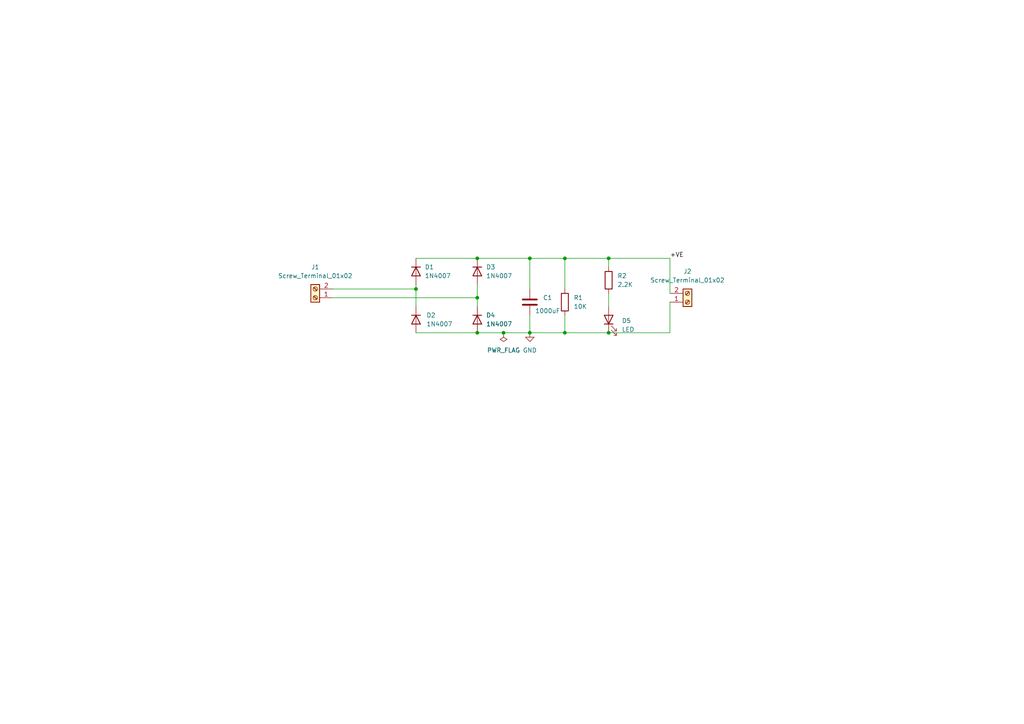
<source format=kicad_sch>
(kicad_sch
	(version 20250114)
	(generator "eeschema")
	(generator_version "9.0")
	(uuid "34492a3b-29cc-404c-8e4f-dd3b7bbaa286")
	(paper "A4")
	(lib_symbols
		(symbol "Connector:Screw_Terminal_01x02"
			(pin_names
				(offset 1.016)
				(hide yes)
			)
			(exclude_from_sim no)
			(in_bom yes)
			(on_board yes)
			(property "Reference" "J"
				(at 0 2.54 0)
				(effects
					(font
						(size 1.27 1.27)
					)
				)
			)
			(property "Value" "Screw_Terminal_01x02"
				(at 0 -5.08 0)
				(effects
					(font
						(size 1.27 1.27)
					)
				)
			)
			(property "Footprint" ""
				(at 0 0 0)
				(effects
					(font
						(size 1.27 1.27)
					)
					(hide yes)
				)
			)
			(property "Datasheet" "~"
				(at 0 0 0)
				(effects
					(font
						(size 1.27 1.27)
					)
					(hide yes)
				)
			)
			(property "Description" "Generic screw terminal, single row, 01x02, script generated (kicad-library-utils/schlib/autogen/connector/)"
				(at 0 0 0)
				(effects
					(font
						(size 1.27 1.27)
					)
					(hide yes)
				)
			)
			(property "ki_keywords" "screw terminal"
				(at 0 0 0)
				(effects
					(font
						(size 1.27 1.27)
					)
					(hide yes)
				)
			)
			(property "ki_fp_filters" "TerminalBlock*:*"
				(at 0 0 0)
				(effects
					(font
						(size 1.27 1.27)
					)
					(hide yes)
				)
			)
			(symbol "Screw_Terminal_01x02_1_1"
				(rectangle
					(start -1.27 1.27)
					(end 1.27 -3.81)
					(stroke
						(width 0.254)
						(type default)
					)
					(fill
						(type background)
					)
				)
				(polyline
					(pts
						(xy -0.5334 0.3302) (xy 0.3302 -0.508)
					)
					(stroke
						(width 0.1524)
						(type default)
					)
					(fill
						(type none)
					)
				)
				(polyline
					(pts
						(xy -0.5334 -2.2098) (xy 0.3302 -3.048)
					)
					(stroke
						(width 0.1524)
						(type default)
					)
					(fill
						(type none)
					)
				)
				(polyline
					(pts
						(xy -0.3556 0.508) (xy 0.508 -0.3302)
					)
					(stroke
						(width 0.1524)
						(type default)
					)
					(fill
						(type none)
					)
				)
				(polyline
					(pts
						(xy -0.3556 -2.032) (xy 0.508 -2.8702)
					)
					(stroke
						(width 0.1524)
						(type default)
					)
					(fill
						(type none)
					)
				)
				(circle
					(center 0 0)
					(radius 0.635)
					(stroke
						(width 0.1524)
						(type default)
					)
					(fill
						(type none)
					)
				)
				(circle
					(center 0 -2.54)
					(radius 0.635)
					(stroke
						(width 0.1524)
						(type default)
					)
					(fill
						(type none)
					)
				)
				(pin passive line
					(at -5.08 0 0)
					(length 3.81)
					(name "Pin_1"
						(effects
							(font
								(size 1.27 1.27)
							)
						)
					)
					(number "1"
						(effects
							(font
								(size 1.27 1.27)
							)
						)
					)
				)
				(pin passive line
					(at -5.08 -2.54 0)
					(length 3.81)
					(name "Pin_2"
						(effects
							(font
								(size 1.27 1.27)
							)
						)
					)
					(number "2"
						(effects
							(font
								(size 1.27 1.27)
							)
						)
					)
				)
			)
			(embedded_fonts no)
		)
		(symbol "Device:C"
			(pin_numbers
				(hide yes)
			)
			(pin_names
				(offset 0.254)
			)
			(exclude_from_sim no)
			(in_bom yes)
			(on_board yes)
			(property "Reference" "C"
				(at 0.635 2.54 0)
				(effects
					(font
						(size 1.27 1.27)
					)
					(justify left)
				)
			)
			(property "Value" "C"
				(at 0.635 -2.54 0)
				(effects
					(font
						(size 1.27 1.27)
					)
					(justify left)
				)
			)
			(property "Footprint" ""
				(at 0.9652 -3.81 0)
				(effects
					(font
						(size 1.27 1.27)
					)
					(hide yes)
				)
			)
			(property "Datasheet" "~"
				(at 0 0 0)
				(effects
					(font
						(size 1.27 1.27)
					)
					(hide yes)
				)
			)
			(property "Description" "Unpolarized capacitor"
				(at 0 0 0)
				(effects
					(font
						(size 1.27 1.27)
					)
					(hide yes)
				)
			)
			(property "ki_keywords" "cap capacitor"
				(at 0 0 0)
				(effects
					(font
						(size 1.27 1.27)
					)
					(hide yes)
				)
			)
			(property "ki_fp_filters" "C_*"
				(at 0 0 0)
				(effects
					(font
						(size 1.27 1.27)
					)
					(hide yes)
				)
			)
			(symbol "C_0_1"
				(polyline
					(pts
						(xy -2.032 0.762) (xy 2.032 0.762)
					)
					(stroke
						(width 0.508)
						(type default)
					)
					(fill
						(type none)
					)
				)
				(polyline
					(pts
						(xy -2.032 -0.762) (xy 2.032 -0.762)
					)
					(stroke
						(width 0.508)
						(type default)
					)
					(fill
						(type none)
					)
				)
			)
			(symbol "C_1_1"
				(pin passive line
					(at 0 3.81 270)
					(length 2.794)
					(name "~"
						(effects
							(font
								(size 1.27 1.27)
							)
						)
					)
					(number "1"
						(effects
							(font
								(size 1.27 1.27)
							)
						)
					)
				)
				(pin passive line
					(at 0 -3.81 90)
					(length 2.794)
					(name "~"
						(effects
							(font
								(size 1.27 1.27)
							)
						)
					)
					(number "2"
						(effects
							(font
								(size 1.27 1.27)
							)
						)
					)
				)
			)
			(embedded_fonts no)
		)
		(symbol "Device:LED"
			(pin_numbers
				(hide yes)
			)
			(pin_names
				(offset 1.016)
				(hide yes)
			)
			(exclude_from_sim no)
			(in_bom yes)
			(on_board yes)
			(property "Reference" "D"
				(at 0 2.54 0)
				(effects
					(font
						(size 1.27 1.27)
					)
				)
			)
			(property "Value" "LED"
				(at 0 -2.54 0)
				(effects
					(font
						(size 1.27 1.27)
					)
				)
			)
			(property "Footprint" ""
				(at 0 0 0)
				(effects
					(font
						(size 1.27 1.27)
					)
					(hide yes)
				)
			)
			(property "Datasheet" "~"
				(at 0 0 0)
				(effects
					(font
						(size 1.27 1.27)
					)
					(hide yes)
				)
			)
			(property "Description" "Light emitting diode"
				(at 0 0 0)
				(effects
					(font
						(size 1.27 1.27)
					)
					(hide yes)
				)
			)
			(property "Sim.Pins" "1=K 2=A"
				(at 0 0 0)
				(effects
					(font
						(size 1.27 1.27)
					)
					(hide yes)
				)
			)
			(property "ki_keywords" "LED diode"
				(at 0 0 0)
				(effects
					(font
						(size 1.27 1.27)
					)
					(hide yes)
				)
			)
			(property "ki_fp_filters" "LED* LED_SMD:* LED_THT:*"
				(at 0 0 0)
				(effects
					(font
						(size 1.27 1.27)
					)
					(hide yes)
				)
			)
			(symbol "LED_0_1"
				(polyline
					(pts
						(xy -3.048 -0.762) (xy -4.572 -2.286) (xy -3.81 -2.286) (xy -4.572 -2.286) (xy -4.572 -1.524)
					)
					(stroke
						(width 0)
						(type default)
					)
					(fill
						(type none)
					)
				)
				(polyline
					(pts
						(xy -1.778 -0.762) (xy -3.302 -2.286) (xy -2.54 -2.286) (xy -3.302 -2.286) (xy -3.302 -1.524)
					)
					(stroke
						(width 0)
						(type default)
					)
					(fill
						(type none)
					)
				)
				(polyline
					(pts
						(xy -1.27 0) (xy 1.27 0)
					)
					(stroke
						(width 0)
						(type default)
					)
					(fill
						(type none)
					)
				)
				(polyline
					(pts
						(xy -1.27 -1.27) (xy -1.27 1.27)
					)
					(stroke
						(width 0.254)
						(type default)
					)
					(fill
						(type none)
					)
				)
				(polyline
					(pts
						(xy 1.27 -1.27) (xy 1.27 1.27) (xy -1.27 0) (xy 1.27 -1.27)
					)
					(stroke
						(width 0.254)
						(type default)
					)
					(fill
						(type none)
					)
				)
			)
			(symbol "LED_1_1"
				(pin passive line
					(at -3.81 0 0)
					(length 2.54)
					(name "K"
						(effects
							(font
								(size 1.27 1.27)
							)
						)
					)
					(number "1"
						(effects
							(font
								(size 1.27 1.27)
							)
						)
					)
				)
				(pin passive line
					(at 3.81 0 180)
					(length 2.54)
					(name "A"
						(effects
							(font
								(size 1.27 1.27)
							)
						)
					)
					(number "2"
						(effects
							(font
								(size 1.27 1.27)
							)
						)
					)
				)
			)
			(embedded_fonts no)
		)
		(symbol "Device:R"
			(pin_numbers
				(hide yes)
			)
			(pin_names
				(offset 0)
			)
			(exclude_from_sim no)
			(in_bom yes)
			(on_board yes)
			(property "Reference" "R"
				(at 2.032 0 90)
				(effects
					(font
						(size 1.27 1.27)
					)
				)
			)
			(property "Value" "R"
				(at 0 0 90)
				(effects
					(font
						(size 1.27 1.27)
					)
				)
			)
			(property "Footprint" ""
				(at -1.778 0 90)
				(effects
					(font
						(size 1.27 1.27)
					)
					(hide yes)
				)
			)
			(property "Datasheet" "~"
				(at 0 0 0)
				(effects
					(font
						(size 1.27 1.27)
					)
					(hide yes)
				)
			)
			(property "Description" "Resistor"
				(at 0 0 0)
				(effects
					(font
						(size 1.27 1.27)
					)
					(hide yes)
				)
			)
			(property "ki_keywords" "R res resistor"
				(at 0 0 0)
				(effects
					(font
						(size 1.27 1.27)
					)
					(hide yes)
				)
			)
			(property "ki_fp_filters" "R_*"
				(at 0 0 0)
				(effects
					(font
						(size 1.27 1.27)
					)
					(hide yes)
				)
			)
			(symbol "R_0_1"
				(rectangle
					(start -1.016 -2.54)
					(end 1.016 2.54)
					(stroke
						(width 0.254)
						(type default)
					)
					(fill
						(type none)
					)
				)
			)
			(symbol "R_1_1"
				(pin passive line
					(at 0 3.81 270)
					(length 1.27)
					(name "~"
						(effects
							(font
								(size 1.27 1.27)
							)
						)
					)
					(number "1"
						(effects
							(font
								(size 1.27 1.27)
							)
						)
					)
				)
				(pin passive line
					(at 0 -3.81 90)
					(length 1.27)
					(name "~"
						(effects
							(font
								(size 1.27 1.27)
							)
						)
					)
					(number "2"
						(effects
							(font
								(size 1.27 1.27)
							)
						)
					)
				)
			)
			(embedded_fonts no)
		)
		(symbol "Diode:1N4007"
			(pin_numbers
				(hide yes)
			)
			(pin_names
				(hide yes)
			)
			(exclude_from_sim no)
			(in_bom yes)
			(on_board yes)
			(property "Reference" "D"
				(at 0 2.54 0)
				(effects
					(font
						(size 1.27 1.27)
					)
				)
			)
			(property "Value" "1N4007"
				(at 0 -2.54 0)
				(effects
					(font
						(size 1.27 1.27)
					)
				)
			)
			(property "Footprint" "Diode_THT:D_DO-41_SOD81_P10.16mm_Horizontal"
				(at 0 -4.445 0)
				(effects
					(font
						(size 1.27 1.27)
					)
					(hide yes)
				)
			)
			(property "Datasheet" "http://www.vishay.com/docs/88503/1n4001.pdf"
				(at 0 0 0)
				(effects
					(font
						(size 1.27 1.27)
					)
					(hide yes)
				)
			)
			(property "Description" "1000V 1A General Purpose Rectifier Diode, DO-41"
				(at 0 0 0)
				(effects
					(font
						(size 1.27 1.27)
					)
					(hide yes)
				)
			)
			(property "Sim.Device" "D"
				(at 0 0 0)
				(effects
					(font
						(size 1.27 1.27)
					)
					(hide yes)
				)
			)
			(property "Sim.Pins" "1=K 2=A"
				(at 0 0 0)
				(effects
					(font
						(size 1.27 1.27)
					)
					(hide yes)
				)
			)
			(property "ki_keywords" "diode"
				(at 0 0 0)
				(effects
					(font
						(size 1.27 1.27)
					)
					(hide yes)
				)
			)
			(property "ki_fp_filters" "D*DO?41*"
				(at 0 0 0)
				(effects
					(font
						(size 1.27 1.27)
					)
					(hide yes)
				)
			)
			(symbol "1N4007_0_1"
				(polyline
					(pts
						(xy -1.27 1.27) (xy -1.27 -1.27)
					)
					(stroke
						(width 0.254)
						(type default)
					)
					(fill
						(type none)
					)
				)
				(polyline
					(pts
						(xy 1.27 1.27) (xy 1.27 -1.27) (xy -1.27 0) (xy 1.27 1.27)
					)
					(stroke
						(width 0.254)
						(type default)
					)
					(fill
						(type none)
					)
				)
				(polyline
					(pts
						(xy 1.27 0) (xy -1.27 0)
					)
					(stroke
						(width 0)
						(type default)
					)
					(fill
						(type none)
					)
				)
			)
			(symbol "1N4007_1_1"
				(pin passive line
					(at -3.81 0 0)
					(length 2.54)
					(name "K"
						(effects
							(font
								(size 1.27 1.27)
							)
						)
					)
					(number "1"
						(effects
							(font
								(size 1.27 1.27)
							)
						)
					)
				)
				(pin passive line
					(at 3.81 0 180)
					(length 2.54)
					(name "A"
						(effects
							(font
								(size 1.27 1.27)
							)
						)
					)
					(number "2"
						(effects
							(font
								(size 1.27 1.27)
							)
						)
					)
				)
			)
			(embedded_fonts no)
		)
		(symbol "power:GND"
			(power)
			(pin_numbers
				(hide yes)
			)
			(pin_names
				(offset 0)
				(hide yes)
			)
			(exclude_from_sim no)
			(in_bom yes)
			(on_board yes)
			(property "Reference" "#PWR"
				(at 0 -6.35 0)
				(effects
					(font
						(size 1.27 1.27)
					)
					(hide yes)
				)
			)
			(property "Value" "GND"
				(at 0 -3.81 0)
				(effects
					(font
						(size 1.27 1.27)
					)
				)
			)
			(property "Footprint" ""
				(at 0 0 0)
				(effects
					(font
						(size 1.27 1.27)
					)
					(hide yes)
				)
			)
			(property "Datasheet" ""
				(at 0 0 0)
				(effects
					(font
						(size 1.27 1.27)
					)
					(hide yes)
				)
			)
			(property "Description" "Power symbol creates a global label with name \"GND\" , ground"
				(at 0 0 0)
				(effects
					(font
						(size 1.27 1.27)
					)
					(hide yes)
				)
			)
			(property "ki_keywords" "global power"
				(at 0 0 0)
				(effects
					(font
						(size 1.27 1.27)
					)
					(hide yes)
				)
			)
			(symbol "GND_0_1"
				(polyline
					(pts
						(xy 0 0) (xy 0 -1.27) (xy 1.27 -1.27) (xy 0 -2.54) (xy -1.27 -1.27) (xy 0 -1.27)
					)
					(stroke
						(width 0)
						(type default)
					)
					(fill
						(type none)
					)
				)
			)
			(symbol "GND_1_1"
				(pin power_in line
					(at 0 0 270)
					(length 0)
					(name "~"
						(effects
							(font
								(size 1.27 1.27)
							)
						)
					)
					(number "1"
						(effects
							(font
								(size 1.27 1.27)
							)
						)
					)
				)
			)
			(embedded_fonts no)
		)
		(symbol "power:PWR_FLAG"
			(power)
			(pin_numbers
				(hide yes)
			)
			(pin_names
				(offset 0)
				(hide yes)
			)
			(exclude_from_sim no)
			(in_bom yes)
			(on_board yes)
			(property "Reference" "#FLG"
				(at 0 1.905 0)
				(effects
					(font
						(size 1.27 1.27)
					)
					(hide yes)
				)
			)
			(property "Value" "PWR_FLAG"
				(at 0 3.81 0)
				(effects
					(font
						(size 1.27 1.27)
					)
				)
			)
			(property "Footprint" ""
				(at 0 0 0)
				(effects
					(font
						(size 1.27 1.27)
					)
					(hide yes)
				)
			)
			(property "Datasheet" "~"
				(at 0 0 0)
				(effects
					(font
						(size 1.27 1.27)
					)
					(hide yes)
				)
			)
			(property "Description" "Special symbol for telling ERC where power comes from"
				(at 0 0 0)
				(effects
					(font
						(size 1.27 1.27)
					)
					(hide yes)
				)
			)
			(property "ki_keywords" "flag power"
				(at 0 0 0)
				(effects
					(font
						(size 1.27 1.27)
					)
					(hide yes)
				)
			)
			(symbol "PWR_FLAG_0_0"
				(pin power_out line
					(at 0 0 90)
					(length 0)
					(name "~"
						(effects
							(font
								(size 1.27 1.27)
							)
						)
					)
					(number "1"
						(effects
							(font
								(size 1.27 1.27)
							)
						)
					)
				)
			)
			(symbol "PWR_FLAG_0_1"
				(polyline
					(pts
						(xy 0 0) (xy 0 1.27) (xy -1.016 1.905) (xy 0 2.54) (xy 1.016 1.905) (xy 0 1.27)
					)
					(stroke
						(width 0)
						(type default)
					)
					(fill
						(type none)
					)
				)
			)
			(embedded_fonts no)
		)
	)
	(junction
		(at 120.65 83.82)
		(diameter 0)
		(color 0 0 0 0)
		(uuid "09ada01a-01e4-4efa-807e-5814b6e7497f")
	)
	(junction
		(at 176.53 96.52)
		(diameter 0)
		(color 0 0 0 0)
		(uuid "18179574-ff96-43ca-a1e3-938cf574a4ed")
	)
	(junction
		(at 138.43 96.52)
		(diameter 0)
		(color 0 0 0 0)
		(uuid "33df939f-034a-4ae9-9afe-276279f01ea6")
	)
	(junction
		(at 138.43 74.93)
		(diameter 0)
		(color 0 0 0 0)
		(uuid "34ffd91e-bbf4-46fc-85be-cf01887f009a")
	)
	(junction
		(at 163.83 96.52)
		(diameter 0)
		(color 0 0 0 0)
		(uuid "9cfa226b-0e84-4adb-a9d6-6bbbb7701065")
	)
	(junction
		(at 146.05 96.52)
		(diameter 0)
		(color 0 0 0 0)
		(uuid "b9bdc94d-bc20-434a-baa0-a1c26d703693")
	)
	(junction
		(at 138.43 86.36)
		(diameter 0)
		(color 0 0 0 0)
		(uuid "bc28fc37-1574-4ee5-b3c3-f1cb485e5b79")
	)
	(junction
		(at 153.67 96.52)
		(diameter 0)
		(color 0 0 0 0)
		(uuid "d259afc1-40d2-4436-8f30-0c59a7fbd502")
	)
	(junction
		(at 163.83 74.93)
		(diameter 0)
		(color 0 0 0 0)
		(uuid "d2cb61c1-ab14-4ff7-a6e5-378a37a42f77")
	)
	(junction
		(at 176.53 74.93)
		(diameter 0)
		(color 0 0 0 0)
		(uuid "ee7c4543-80c7-49e1-aade-cef1627fc1a7")
	)
	(junction
		(at 153.67 74.93)
		(diameter 0)
		(color 0 0 0 0)
		(uuid "f0167d29-1bfc-4315-b8c5-d2a8c7f1da1e")
	)
	(wire
		(pts
			(xy 138.43 82.55) (xy 138.43 86.36)
		)
		(stroke
			(width 0)
			(type default)
		)
		(uuid "0e6fa69a-8214-4e5e-be8c-22e19068e317")
	)
	(wire
		(pts
			(xy 120.65 96.52) (xy 138.43 96.52)
		)
		(stroke
			(width 0)
			(type default)
		)
		(uuid "0eeefd0b-c4f0-4bc1-aa89-7ed8ff3dda7b")
	)
	(wire
		(pts
			(xy 153.67 96.52) (xy 163.83 96.52)
		)
		(stroke
			(width 0)
			(type default)
		)
		(uuid "1d3b50ac-2e75-44e9-950d-5bb6c2b01417")
	)
	(wire
		(pts
			(xy 120.65 74.93) (xy 138.43 74.93)
		)
		(stroke
			(width 0)
			(type default)
		)
		(uuid "27466e3c-9b0d-4e15-b376-3145adb3a5d9")
	)
	(wire
		(pts
			(xy 176.53 96.52) (xy 163.83 96.52)
		)
		(stroke
			(width 0)
			(type default)
		)
		(uuid "2afa73b2-63a2-406a-8c21-16311d10d2ba")
	)
	(wire
		(pts
			(xy 146.05 96.52) (xy 138.43 96.52)
		)
		(stroke
			(width 0)
			(type default)
		)
		(uuid "32e19a50-6579-4384-a7b2-3624a6202e51")
	)
	(wire
		(pts
			(xy 153.67 91.44) (xy 153.67 96.52)
		)
		(stroke
			(width 0)
			(type default)
		)
		(uuid "3692a2f6-2b1e-4c21-81e8-a84b79b2c194")
	)
	(wire
		(pts
			(xy 153.67 74.93) (xy 138.43 74.93)
		)
		(stroke
			(width 0)
			(type default)
		)
		(uuid "37cc7541-620e-487c-9dec-24de2476a78d")
	)
	(wire
		(pts
			(xy 194.31 96.52) (xy 176.53 96.52)
		)
		(stroke
			(width 0)
			(type default)
		)
		(uuid "423e9bd5-5ab8-4e30-8477-6a47e8d06d2c")
	)
	(wire
		(pts
			(xy 194.31 87.63) (xy 194.31 96.52)
		)
		(stroke
			(width 0)
			(type default)
		)
		(uuid "4a75941a-54b3-4d07-91e1-eacab45f4ec6")
	)
	(wire
		(pts
			(xy 138.43 86.36) (xy 138.43 88.9)
		)
		(stroke
			(width 0)
			(type default)
		)
		(uuid "5c8bb50d-bcb8-46f3-b863-c703e5ba42f5")
	)
	(wire
		(pts
			(xy 194.31 74.93) (xy 176.53 74.93)
		)
		(stroke
			(width 0)
			(type default)
		)
		(uuid "647409c4-2ed5-44b1-91b2-97a4a1c12e7e")
	)
	(wire
		(pts
			(xy 163.83 83.82) (xy 163.83 74.93)
		)
		(stroke
			(width 0)
			(type default)
		)
		(uuid "76bd426a-38de-4cfb-80c6-a7ea4dcb7bb4")
	)
	(wire
		(pts
			(xy 120.65 82.55) (xy 120.65 83.82)
		)
		(stroke
			(width 0)
			(type default)
		)
		(uuid "7d14dca8-2ee3-4033-b316-968712da0554")
	)
	(wire
		(pts
			(xy 96.52 83.82) (xy 120.65 83.82)
		)
		(stroke
			(width 0)
			(type default)
		)
		(uuid "8a0dacdc-966a-4017-84f2-96f0a36cbbaf")
	)
	(wire
		(pts
			(xy 153.67 83.82) (xy 153.67 74.93)
		)
		(stroke
			(width 0)
			(type default)
		)
		(uuid "8b24d94f-04a8-45bd-97f7-e0a7dbe888e6")
	)
	(wire
		(pts
			(xy 120.65 83.82) (xy 120.65 88.9)
		)
		(stroke
			(width 0)
			(type default)
		)
		(uuid "a9687d5f-044e-4e06-9e14-ac7625239571")
	)
	(wire
		(pts
			(xy 163.83 91.44) (xy 163.83 96.52)
		)
		(stroke
			(width 0)
			(type default)
		)
		(uuid "adeb413f-0631-479e-9135-a24b89406fe4")
	)
	(wire
		(pts
			(xy 96.52 86.36) (xy 138.43 86.36)
		)
		(stroke
			(width 0)
			(type default)
		)
		(uuid "af242ff1-6827-4895-a625-4ae2a04b12cc")
	)
	(wire
		(pts
			(xy 194.31 85.09) (xy 194.31 74.93)
		)
		(stroke
			(width 0)
			(type default)
		)
		(uuid "b9a79c04-2585-4c07-90d1-d76d0a0e3de6")
	)
	(wire
		(pts
			(xy 163.83 74.93) (xy 153.67 74.93)
		)
		(stroke
			(width 0)
			(type default)
		)
		(uuid "bf97d91f-fead-4dbb-bed0-a1ab326abe1f")
	)
	(wire
		(pts
			(xy 153.67 96.52) (xy 146.05 96.52)
		)
		(stroke
			(width 0)
			(type default)
		)
		(uuid "c996930d-a0bd-4b88-aebc-d6b1ba1cb2b1")
	)
	(wire
		(pts
			(xy 163.83 74.93) (xy 176.53 74.93)
		)
		(stroke
			(width 0)
			(type default)
		)
		(uuid "cc62a9e6-9b60-4928-8fd3-5aab0f57b481")
	)
	(wire
		(pts
			(xy 176.53 74.93) (xy 176.53 77.47)
		)
		(stroke
			(width 0)
			(type default)
		)
		(uuid "d23ba6fb-c89a-4003-a7f1-6ab596bdb0d5")
	)
	(wire
		(pts
			(xy 176.53 85.09) (xy 176.53 88.9)
		)
		(stroke
			(width 0)
			(type default)
		)
		(uuid "ef18f244-46e5-4c8b-9eeb-091e7b35cb5c")
	)
	(label "+VE"
		(at 194.31 74.93 0)
		(effects
			(font
				(size 1.27 1.27)
			)
			(justify left bottom)
		)
		(uuid "fdda0311-c872-4e46-96f3-9d22014fb38c")
	)
	(symbol
		(lib_id "Connector:Screw_Terminal_01x02")
		(at 91.44 86.36 180)
		(unit 1)
		(exclude_from_sim no)
		(in_bom yes)
		(on_board yes)
		(dnp no)
		(fields_autoplaced yes)
		(uuid "0692b144-5cb8-48c0-acd2-17424b5ab22a")
		(property "Reference" "J1"
			(at 91.44 77.47 0)
			(effects
				(font
					(size 1.27 1.27)
				)
			)
		)
		(property "Value" "Screw_Terminal_01x02"
			(at 91.44 80.01 0)
			(effects
				(font
					(size 1.27 1.27)
				)
			)
		)
		(property "Footprint" "TerminalBlock:TerminalBlock_MaiXu_MX126-5.0-02P_1x02_P5.00mm"
			(at 91.44 86.36 0)
			(effects
				(font
					(size 1.27 1.27)
				)
				(hide yes)
			)
		)
		(property "Datasheet" "~"
			(at 91.44 86.36 0)
			(effects
				(font
					(size 1.27 1.27)
				)
				(hide yes)
			)
		)
		(property "Description" "Generic screw terminal, single row, 01x02, script generated (kicad-library-utils/schlib/autogen/connector/)"
			(at 91.44 86.36 0)
			(effects
				(font
					(size 1.27 1.27)
				)
				(hide yes)
			)
		)
		(pin "1"
			(uuid "db2d622f-5f30-483e-9fe6-6a75b442be9d")
		)
		(pin "2"
			(uuid "df0d0bdc-f413-4f95-b9a8-f5c5d73311a5")
		)
		(instances
			(project ""
				(path "/34492a3b-29cc-404c-8e4f-dd3b7bbaa286"
					(reference "J1")
					(unit 1)
				)
			)
		)
	)
	(symbol
		(lib_id "power:GND")
		(at 153.67 96.52 0)
		(unit 1)
		(exclude_from_sim no)
		(in_bom yes)
		(on_board yes)
		(dnp no)
		(fields_autoplaced yes)
		(uuid "189fa54b-07c5-44d4-863a-58a8aea5109a")
		(property "Reference" "#PWR01"
			(at 153.67 102.87 0)
			(effects
				(font
					(size 1.27 1.27)
				)
				(hide yes)
			)
		)
		(property "Value" "GND"
			(at 153.67 101.6 0)
			(effects
				(font
					(size 1.27 1.27)
				)
			)
		)
		(property "Footprint" ""
			(at 153.67 96.52 0)
			(effects
				(font
					(size 1.27 1.27)
				)
				(hide yes)
			)
		)
		(property "Datasheet" ""
			(at 153.67 96.52 0)
			(effects
				(font
					(size 1.27 1.27)
				)
				(hide yes)
			)
		)
		(property "Description" "Power symbol creates a global label with name \"GND\" , ground"
			(at 153.67 96.52 0)
			(effects
				(font
					(size 1.27 1.27)
				)
				(hide yes)
			)
		)
		(pin "1"
			(uuid "d86b7a9a-56b0-47dc-bb31-e5b2e52172f7")
		)
		(instances
			(project ""
				(path "/34492a3b-29cc-404c-8e4f-dd3b7bbaa286"
					(reference "#PWR01")
					(unit 1)
				)
			)
		)
	)
	(symbol
		(lib_id "power:PWR_FLAG")
		(at 146.05 96.52 180)
		(unit 1)
		(exclude_from_sim no)
		(in_bom yes)
		(on_board yes)
		(dnp no)
		(fields_autoplaced yes)
		(uuid "1ad5a1bb-89ec-43f5-94c3-ca3df1c6808d")
		(property "Reference" "#FLG01"
			(at 146.05 98.425 0)
			(effects
				(font
					(size 1.27 1.27)
				)
				(hide yes)
			)
		)
		(property "Value" "PWR_FLAG"
			(at 146.05 101.6 0)
			(effects
				(font
					(size 1.27 1.27)
				)
			)
		)
		(property "Footprint" ""
			(at 146.05 96.52 0)
			(effects
				(font
					(size 1.27 1.27)
				)
				(hide yes)
			)
		)
		(property "Datasheet" "~"
			(at 146.05 96.52 0)
			(effects
				(font
					(size 1.27 1.27)
				)
				(hide yes)
			)
		)
		(property "Description" "Special symbol for telling ERC where power comes from"
			(at 146.05 96.52 0)
			(effects
				(font
					(size 1.27 1.27)
				)
				(hide yes)
			)
		)
		(pin "1"
			(uuid "52d3777e-770d-4861-b5db-fbd1496f6e45")
		)
		(instances
			(project ""
				(path "/34492a3b-29cc-404c-8e4f-dd3b7bbaa286"
					(reference "#FLG01")
					(unit 1)
				)
			)
		)
	)
	(symbol
		(lib_id "Diode:1N4007")
		(at 138.43 92.71 270)
		(unit 1)
		(exclude_from_sim no)
		(in_bom yes)
		(on_board yes)
		(dnp no)
		(fields_autoplaced yes)
		(uuid "4a66b9e1-bdfd-4505-a630-16162686599f")
		(property "Reference" "D4"
			(at 140.97 91.4399 90)
			(effects
				(font
					(size 1.27 1.27)
				)
				(justify left)
			)
		)
		(property "Value" "1N4007"
			(at 140.97 93.9799 90)
			(effects
				(font
					(size 1.27 1.27)
				)
				(justify left)
			)
		)
		(property "Footprint" "Diode_THT:D_DO-41_SOD81_P10.16mm_Horizontal"
			(at 133.985 92.71 0)
			(effects
				(font
					(size 1.27 1.27)
				)
				(hide yes)
			)
		)
		(property "Datasheet" "http://www.vishay.com/docs/88503/1n4001.pdf"
			(at 138.43 92.71 0)
			(effects
				(font
					(size 1.27 1.27)
				)
				(hide yes)
			)
		)
		(property "Description" "1000V 1A General Purpose Rectifier Diode, DO-41"
			(at 138.43 92.71 0)
			(effects
				(font
					(size 1.27 1.27)
				)
				(hide yes)
			)
		)
		(property "Sim.Device" "D"
			(at 138.43 92.71 0)
			(effects
				(font
					(size 1.27 1.27)
				)
				(hide yes)
			)
		)
		(property "Sim.Pins" "1=K 2=A"
			(at 138.43 92.71 0)
			(effects
				(font
					(size 1.27 1.27)
				)
				(hide yes)
			)
		)
		(pin "1"
			(uuid "3c5799a2-6278-4bb6-9eef-bfbe7dbfd425")
		)
		(pin "2"
			(uuid "3477c8f0-830f-4996-adea-c40b76fea935")
		)
		(instances
			(project "AC to DC converter"
				(path "/34492a3b-29cc-404c-8e4f-dd3b7bbaa286"
					(reference "D4")
					(unit 1)
				)
			)
		)
	)
	(symbol
		(lib_id "Diode:1N4007")
		(at 120.65 92.71 270)
		(unit 1)
		(exclude_from_sim no)
		(in_bom yes)
		(on_board yes)
		(dnp no)
		(fields_autoplaced yes)
		(uuid "888ff9a7-1a38-4ea7-8a4d-e3058a0959ba")
		(property "Reference" "D2"
			(at 123.6558 91.4399 90)
			(effects
				(font
					(size 1.27 1.27)
				)
				(justify left)
			)
		)
		(property "Value" "1N4007"
			(at 123.6558 93.9799 90)
			(effects
				(font
					(size 1.27 1.27)
				)
				(justify left)
			)
		)
		(property "Footprint" "Diode_THT:D_DO-41_SOD81_P10.16mm_Horizontal"
			(at 116.205 92.71 0)
			(effects
				(font
					(size 1.27 1.27)
				)
				(hide yes)
			)
		)
		(property "Datasheet" "http://www.vishay.com/docs/88503/1n4001.pdf"
			(at 120.65 92.71 0)
			(effects
				(font
					(size 1.27 1.27)
				)
				(hide yes)
			)
		)
		(property "Description" "1000V 1A General Purpose Rectifier Diode, DO-41"
			(at 120.65 92.71 0)
			(effects
				(font
					(size 1.27 1.27)
				)
				(hide yes)
			)
		)
		(property "Sim.Device" "D"
			(at 120.65 92.71 0)
			(effects
				(font
					(size 1.27 1.27)
				)
				(hide yes)
			)
		)
		(property "Sim.Pins" "1=K 2=A"
			(at 120.65 92.71 0)
			(effects
				(font
					(size 1.27 1.27)
				)
				(hide yes)
			)
		)
		(pin "1"
			(uuid "5e0a6b83-e535-496a-93b9-c933bd6d8e71")
		)
		(pin "2"
			(uuid "a12890e3-b60a-415b-a229-e832a4c438aa")
		)
		(instances
			(project "AC to DC converter"
				(path "/34492a3b-29cc-404c-8e4f-dd3b7bbaa286"
					(reference "D2")
					(unit 1)
				)
			)
		)
	)
	(symbol
		(lib_id "Device:C")
		(at 153.67 87.63 0)
		(unit 1)
		(exclude_from_sim no)
		(in_bom yes)
		(on_board yes)
		(dnp no)
		(uuid "93dfddb1-3c3f-4efa-adf3-bf5f76952161")
		(property "Reference" "C1"
			(at 157.48 86.3599 0)
			(effects
				(font
					(size 1.27 1.27)
				)
				(justify left)
			)
		)
		(property "Value" "1000uF"
			(at 155.194 90.17 0)
			(effects
				(font
					(size 1.27 1.27)
				)
				(justify left)
			)
		)
		(property "Footprint" "Capacitor_THT:CP_Radial_D8.0mm_P3.50mm"
			(at 154.6352 91.44 0)
			(effects
				(font
					(size 1.27 1.27)
				)
				(hide yes)
			)
		)
		(property "Datasheet" "~"
			(at 153.67 87.63 0)
			(effects
				(font
					(size 1.27 1.27)
				)
				(hide yes)
			)
		)
		(property "Description" "Unpolarized capacitor"
			(at 153.67 87.63 0)
			(effects
				(font
					(size 1.27 1.27)
				)
				(hide yes)
			)
		)
		(pin "2"
			(uuid "bc5349c8-da80-420d-ae0a-478ad9134474")
		)
		(pin "1"
			(uuid "7118ec4c-cc9d-4b45-88f0-eaa54d380eac")
		)
		(instances
			(project ""
				(path "/34492a3b-29cc-404c-8e4f-dd3b7bbaa286"
					(reference "C1")
					(unit 1)
				)
			)
		)
	)
	(symbol
		(lib_id "Diode:1N4007")
		(at 138.43 78.74 270)
		(unit 1)
		(exclude_from_sim no)
		(in_bom yes)
		(on_board yes)
		(dnp no)
		(fields_autoplaced yes)
		(uuid "b1b2aa86-cc23-49ec-b4bc-234522a72736")
		(property "Reference" "D3"
			(at 140.97 77.4699 90)
			(effects
				(font
					(size 1.27 1.27)
				)
				(justify left)
			)
		)
		(property "Value" "1N4007"
			(at 140.97 80.0099 90)
			(effects
				(font
					(size 1.27 1.27)
				)
				(justify left)
			)
		)
		(property "Footprint" "Diode_THT:D_DO-41_SOD81_P10.16mm_Horizontal"
			(at 133.985 78.74 0)
			(effects
				(font
					(size 1.27 1.27)
				)
				(hide yes)
			)
		)
		(property "Datasheet" "http://www.vishay.com/docs/88503/1n4001.pdf"
			(at 138.43 78.74 0)
			(effects
				(font
					(size 1.27 1.27)
				)
				(hide yes)
			)
		)
		(property "Description" "1000V 1A General Purpose Rectifier Diode, DO-41"
			(at 138.43 78.74 0)
			(effects
				(font
					(size 1.27 1.27)
				)
				(hide yes)
			)
		)
		(property "Sim.Device" "D"
			(at 138.43 78.74 0)
			(effects
				(font
					(size 1.27 1.27)
				)
				(hide yes)
			)
		)
		(property "Sim.Pins" "1=K 2=A"
			(at 138.43 78.74 0)
			(effects
				(font
					(size 1.27 1.27)
				)
				(hide yes)
			)
		)
		(pin "1"
			(uuid "60888f75-020f-45c2-8111-efada0c4228f")
		)
		(pin "2"
			(uuid "cb10e857-698c-4804-8ad4-90a7d9cfce0b")
		)
		(instances
			(project "AC to DC converter"
				(path "/34492a3b-29cc-404c-8e4f-dd3b7bbaa286"
					(reference "D3")
					(unit 1)
				)
			)
		)
	)
	(symbol
		(lib_id "Device:R")
		(at 176.53 81.28 0)
		(unit 1)
		(exclude_from_sim no)
		(in_bom yes)
		(on_board yes)
		(dnp no)
		(fields_autoplaced yes)
		(uuid "cd0128a1-fc63-46c7-aa93-756893622a59")
		(property "Reference" "R2"
			(at 179.07 80.0099 0)
			(effects
				(font
					(size 1.27 1.27)
				)
				(justify left)
			)
		)
		(property "Value" "2.2K"
			(at 179.07 82.5499 0)
			(effects
				(font
					(size 1.27 1.27)
				)
				(justify left)
			)
		)
		(property "Footprint" "Resistor_THT:R_Axial_DIN0207_L6.3mm_D2.5mm_P5.08mm_Vertical"
			(at 174.752 81.28 90)
			(effects
				(font
					(size 1.27 1.27)
				)
				(hide yes)
			)
		)
		(property "Datasheet" "~"
			(at 176.53 81.28 0)
			(effects
				(font
					(size 1.27 1.27)
				)
				(hide yes)
			)
		)
		(property "Description" "Resistor"
			(at 176.53 81.28 0)
			(effects
				(font
					(size 1.27 1.27)
				)
				(hide yes)
			)
		)
		(pin "1"
			(uuid "0d0d64ff-89d1-446f-b98f-cb4bb8da2031")
		)
		(pin "2"
			(uuid "1597a1c0-2708-4d3b-9595-1ad7cdcee631")
		)
		(instances
			(project "AC to DC converter"
				(path "/34492a3b-29cc-404c-8e4f-dd3b7bbaa286"
					(reference "R2")
					(unit 1)
				)
			)
		)
	)
	(symbol
		(lib_id "Device:LED")
		(at 176.53 92.71 90)
		(unit 1)
		(exclude_from_sim no)
		(in_bom yes)
		(on_board yes)
		(dnp no)
		(fields_autoplaced yes)
		(uuid "d83aaa11-f1b5-4e47-b999-d1441603282d")
		(property "Reference" "D5"
			(at 180.34 93.0274 90)
			(effects
				(font
					(size 1.27 1.27)
				)
				(justify right)
			)
		)
		(property "Value" "LED"
			(at 180.34 95.5674 90)
			(effects
				(font
					(size 1.27 1.27)
				)
				(justify right)
			)
		)
		(property "Footprint" "LED_THT:LED_D5.0mm"
			(at 176.53 92.71 0)
			(effects
				(font
					(size 1.27 1.27)
				)
				(hide yes)
			)
		)
		(property "Datasheet" "~"
			(at 176.53 92.71 0)
			(effects
				(font
					(size 1.27 1.27)
				)
				(hide yes)
			)
		)
		(property "Description" "Light emitting diode"
			(at 176.53 92.71 0)
			(effects
				(font
					(size 1.27 1.27)
				)
				(hide yes)
			)
		)
		(property "Sim.Pins" "1=K 2=A"
			(at 176.53 92.71 0)
			(effects
				(font
					(size 1.27 1.27)
				)
				(hide yes)
			)
		)
		(pin "1"
			(uuid "407ff778-3768-43c2-b8c6-8b46372fb46e")
		)
		(pin "2"
			(uuid "dfdd0e1c-9f1b-4468-9ab5-46a4f9b1868d")
		)
		(instances
			(project ""
				(path "/34492a3b-29cc-404c-8e4f-dd3b7bbaa286"
					(reference "D5")
					(unit 1)
				)
			)
		)
	)
	(symbol
		(lib_id "Device:R")
		(at 163.83 87.63 0)
		(unit 1)
		(exclude_from_sim no)
		(in_bom yes)
		(on_board yes)
		(dnp no)
		(fields_autoplaced yes)
		(uuid "e5cce7b5-9782-4779-8564-71b180afbc55")
		(property "Reference" "R1"
			(at 166.37 86.3599 0)
			(effects
				(font
					(size 1.27 1.27)
				)
				(justify left)
			)
		)
		(property "Value" "10K"
			(at 166.37 88.8999 0)
			(effects
				(font
					(size 1.27 1.27)
				)
				(justify left)
			)
		)
		(property "Footprint" "Resistor_THT:R_Axial_DIN0207_L6.3mm_D2.5mm_P5.08mm_Vertical"
			(at 162.052 87.63 90)
			(effects
				(font
					(size 1.27 1.27)
				)
				(hide yes)
			)
		)
		(property "Datasheet" "~"
			(at 163.83 87.63 0)
			(effects
				(font
					(size 1.27 1.27)
				)
				(hide yes)
			)
		)
		(property "Description" "Resistor"
			(at 163.83 87.63 0)
			(effects
				(font
					(size 1.27 1.27)
				)
				(hide yes)
			)
		)
		(pin "1"
			(uuid "12791c98-588b-4648-9fc3-e4532f631c41")
		)
		(pin "2"
			(uuid "b66f6c1b-f6ac-4c0a-ad13-51593ef07983")
		)
		(instances
			(project ""
				(path "/34492a3b-29cc-404c-8e4f-dd3b7bbaa286"
					(reference "R1")
					(unit 1)
				)
			)
		)
	)
	(symbol
		(lib_id "Connector:Screw_Terminal_01x02")
		(at 199.39 87.63 0)
		(mirror x)
		(unit 1)
		(exclude_from_sim no)
		(in_bom yes)
		(on_board yes)
		(dnp no)
		(uuid "e71e2ad7-27df-417b-8d00-5d6e81282033")
		(property "Reference" "J2"
			(at 199.39 78.74 0)
			(effects
				(font
					(size 1.27 1.27)
				)
			)
		)
		(property "Value" "Screw_Terminal_01x02"
			(at 199.39 81.28 0)
			(effects
				(font
					(size 1.27 1.27)
				)
			)
		)
		(property "Footprint" "TerminalBlock:TerminalBlock_MaiXu_MX126-5.0-02P_1x02_P5.00mm"
			(at 199.39 87.63 0)
			(effects
				(font
					(size 1.27 1.27)
				)
				(hide yes)
			)
		)
		(property "Datasheet" "~"
			(at 199.39 87.63 0)
			(effects
				(font
					(size 1.27 1.27)
				)
				(hide yes)
			)
		)
		(property "Description" "Generic screw terminal, single row, 01x02, script generated (kicad-library-utils/schlib/autogen/connector/)"
			(at 199.39 87.63 0)
			(effects
				(font
					(size 1.27 1.27)
				)
				(hide yes)
			)
		)
		(pin "1"
			(uuid "7ea3425f-a6ff-4c4c-b17a-3128f19b1f58")
		)
		(pin "2"
			(uuid "ea858ee3-0f24-48a1-ae65-79719afc61ee")
		)
		(instances
			(project "AC to DC converter"
				(path "/34492a3b-29cc-404c-8e4f-dd3b7bbaa286"
					(reference "J2")
					(unit 1)
				)
			)
		)
	)
	(symbol
		(lib_id "Diode:1N4007")
		(at 120.65 78.74 270)
		(unit 1)
		(exclude_from_sim no)
		(in_bom yes)
		(on_board yes)
		(dnp no)
		(fields_autoplaced yes)
		(uuid "f594ca8e-1be2-4f43-b7fe-597977bfc39b")
		(property "Reference" "D1"
			(at 123.19 77.4699 90)
			(effects
				(font
					(size 1.27 1.27)
				)
				(justify left)
			)
		)
		(property "Value" "1N4007"
			(at 123.19 80.0099 90)
			(effects
				(font
					(size 1.27 1.27)
				)
				(justify left)
			)
		)
		(property "Footprint" "Diode_THT:D_DO-41_SOD81_P10.16mm_Horizontal"
			(at 116.205 78.74 0)
			(effects
				(font
					(size 1.27 1.27)
				)
				(hide yes)
			)
		)
		(property "Datasheet" "http://www.vishay.com/docs/88503/1n4001.pdf"
			(at 120.65 78.74 0)
			(effects
				(font
					(size 1.27 1.27)
				)
				(hide yes)
			)
		)
		(property "Description" "1000V 1A General Purpose Rectifier Diode, DO-41"
			(at 120.65 78.74 0)
			(effects
				(font
					(size 1.27 1.27)
				)
				(hide yes)
			)
		)
		(property "Sim.Device" "D"
			(at 120.65 78.74 0)
			(effects
				(font
					(size 1.27 1.27)
				)
				(hide yes)
			)
		)
		(property "Sim.Pins" "1=K 2=A"
			(at 120.65 78.74 0)
			(effects
				(font
					(size 1.27 1.27)
				)
				(hide yes)
			)
		)
		(pin "1"
			(uuid "7e2ce137-5ce1-437f-914b-94a0b73faeee")
		)
		(pin "2"
			(uuid "b29db406-dd1b-461f-9ebe-b58161346e49")
		)
		(instances
			(project ""
				(path "/34492a3b-29cc-404c-8e4f-dd3b7bbaa286"
					(reference "D1")
					(unit 1)
				)
			)
		)
	)
	(sheet_instances
		(path "/"
			(page "1")
		)
	)
	(embedded_fonts no)
)

</source>
